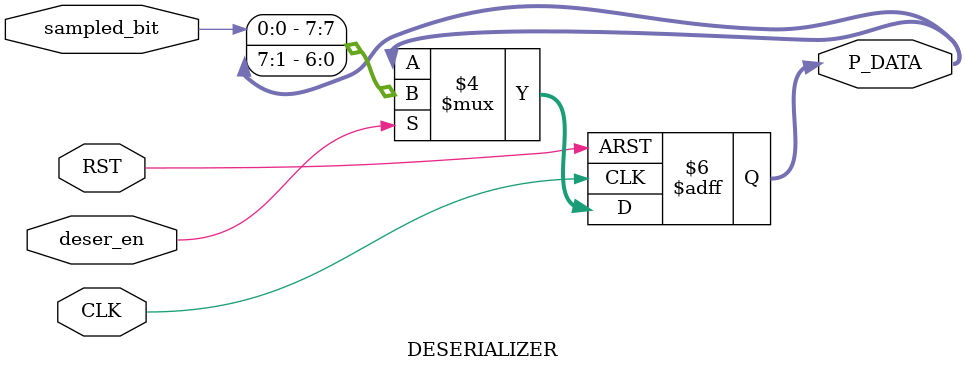
<source format=v>
module DESERIALIZER(
    input                 CLK,
    input                 RST,
    input                 deser_en,
    input                 sampled_bit,
    output  reg   [7:0]   P_DATA
);


always @(posedge CLK or negedge RST) begin
    if(!RST)
    begin
        P_DATA <= 8'b00000000;
    end
    else if(deser_en)
    begin
        P_DATA <= {sampled_bit, P_DATA[7:1]};
    
    end
    else
    begin
      P_DATA <= P_DATA;
    end
end

endmodule

</source>
